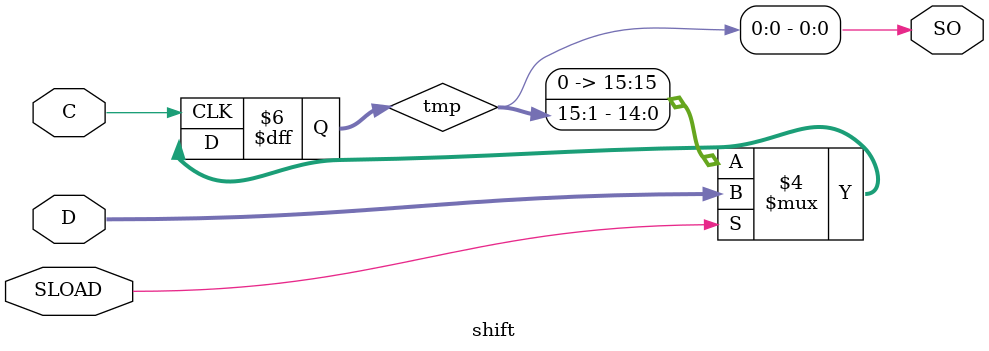
<source format=v>
module Part4(SW,KEY,LEDR,CLOCK_50);
input CLOCK_50;
input [1:0] KEY;
input [9:0] SW;
output [9:0] LEDR;

reg [15:0] LED,L;
wire a,halfsec;
wire [2:0] bcd;
wire CLOCK;
wire [15:0] A;
reg reset ;



assign bcd = SW[2:0];

always @ (negedge KEY[0])
begin 

reset <= ~ reset;

end


assign A = 16'h7777;
assign CLOCK = CLOCK_50;

slowClock  s1(CLOCK, reset, halfsec);

//shifter   sf1(halfsec,A,out1);

shift sf1(CLOCK,SW[9],LED,a);


always @ (posedge CLOCK)
begin
case(bcd)
	3'b000: begin
	if (reset)
	begin 
	LED <= 16'b0;
	end
	else
	begin
	LED <= 16'h001d;	
	end
	end
	3'b001: begin
	if (reset)
	begin 
	LED <= 16'b0;
	end
	else
	begin
	LED <= 16'h0157;	
	end	
	end
	3'b010: begin
	if (reset)
	begin 
	LED <= 16'b0;
	end
	else
	begin
	LED <= 16'h05d7;	
	end	
	end
	3'b011: begin
	if (reset)
	begin 
	LED <= 16'b0;
	end
	else
	begin
	LED <= 16'h0057;	
	end	
	end
	3'b100: begin
	if (reset)
	begin 
	LED <= 16'b0;
	end
	else
	begin
	LED <= 16'h0001;	
	end	
	end
	3'b101: begin
	if (reset)
	begin 
	LED <= 16'b0;
	end
	else
	begin
	LED <= 16'h0175;	
	end	
	end
	3'b110: begin 
	if (reset)
	begin 
	LED <= 16'b0;
	end
	else
	begin
	LED <= 16'h01dd;	
	end	
	end	
	3'b111: begin 
	if (reset)
	begin 
	LED <= 16'b0;
	end
	else
	begin
	LED <= 16'h0055;	
	end	
	end

endcase

end 



assign LEDR[0] = a;

endmodule 

module slowClock(clk, reset, clk_1Hz);
input clk, reset;
output clk_1Hz;

reg clk_1Hz = 1'b0;
reg [27:0] counter = 1'b0;

always@(posedge reset or posedge clk)
begin
    if (reset == 1'b1)
        begin
            clk_1Hz <= 0;
            counter <= 0;
        end
    else
        begin
            counter <= counter + 1;
            if ( counter == 12_500_000)
                begin
                    counter <= 0;
                    clk_1Hz <= ~clk_1Hz;
                end
        end
end
endmodule 


module shifter (clock , in , out);
input clock ;
input [15:0] in;
output [15:0] out;
reg in1;

always @ (in) 

begin
in1 = 16'h5555;
end 

always @ (posedge clock)
begin

in1 = in1 >> 1;

end 

assign out = in[0];

endmodule


module shift (C, SLOAD, D, SO); 
input  C,SLOAD; 
input [15:0] D; 
output SO; 
reg [15:0] tmp; 
 
  always @(posedge C) 
  begin 
    if (SLOAD) 
      tmp = D; 
    else 
      begin 
        tmp = tmp >> 1; 
      end 
  end 
  assign SO  = tmp[0]; 
endmodule 
 
</source>
